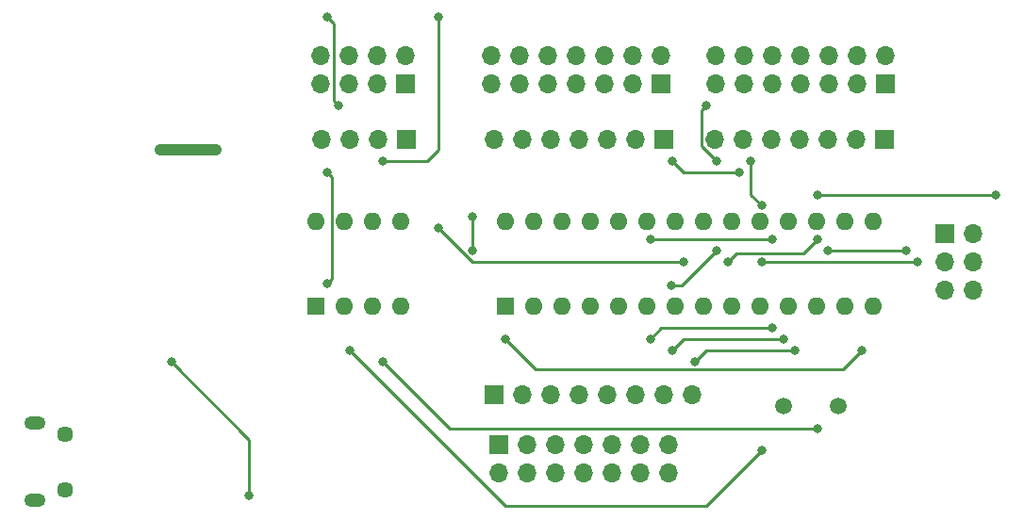
<source format=gbr>
%TF.GenerationSoftware,KiCad,Pcbnew,(5.1.9)-1*%
%TF.CreationDate,2021-06-11T11:12:06+10:00*%
%TF.ProjectId,AVRDevBoard,41565244-6576-4426-9f61-72642e6b6963,rev?*%
%TF.SameCoordinates,Original*%
%TF.FileFunction,Copper,L2,Bot*%
%TF.FilePolarity,Positive*%
%FSLAX46Y46*%
G04 Gerber Fmt 4.6, Leading zero omitted, Abs format (unit mm)*
G04 Created by KiCad (PCBNEW (5.1.9)-1) date 2021-06-11 11:12:06*
%MOMM*%
%LPD*%
G01*
G04 APERTURE LIST*
%TA.AperFunction,ComponentPad*%
%ADD10R,1.700000X1.700000*%
%TD*%
%TA.AperFunction,ComponentPad*%
%ADD11O,1.700000X1.700000*%
%TD*%
%TA.AperFunction,ComponentPad*%
%ADD12C,1.450000*%
%TD*%
%TA.AperFunction,ComponentPad*%
%ADD13O,1.900000X1.200000*%
%TD*%
%TA.AperFunction,ComponentPad*%
%ADD14R,1.600000X1.600000*%
%TD*%
%TA.AperFunction,ComponentPad*%
%ADD15O,1.600000X1.600000*%
%TD*%
%TA.AperFunction,ComponentPad*%
%ADD16C,1.500000*%
%TD*%
%TA.AperFunction,ViaPad*%
%ADD17C,0.800000*%
%TD*%
%TA.AperFunction,Conductor*%
%ADD18C,0.250000*%
%TD*%
%TA.AperFunction,Conductor*%
%ADD19C,1.000000*%
%TD*%
G04 APERTURE END LIST*
D10*
%TO.P,J1,1*%
%TO.N,PB0_tiny*%
X65080000Y-94000000D03*
D11*
%TO.P,J1,2*%
%TO.N,PB1_tiny*%
X62540000Y-94000000D03*
%TO.P,J1,3*%
%TO.N,PB2_tiny*%
X60000000Y-94000000D03*
%TO.P,J1,4*%
%TO.N,RST*%
X57460000Y-94000000D03*
%TD*%
D10*
%TO.P,J2,1*%
%TO.N,+5V*%
X65000000Y-89000000D03*
D11*
%TO.P,J2,2*%
%TO.N,GND*%
X65000000Y-86460000D03*
%TO.P,J2,3*%
%TO.N,+5V*%
X62460000Y-89000000D03*
%TO.P,J2,4*%
%TO.N,GND*%
X62460000Y-86460000D03*
%TO.P,J2,5*%
%TO.N,+5V*%
X59920000Y-89000000D03*
%TO.P,J2,6*%
%TO.N,GND*%
X59920000Y-86460000D03*
%TO.P,J2,7*%
%TO.N,+5V*%
X57380000Y-89000000D03*
%TO.P,J2,8*%
%TO.N,GND*%
X57380000Y-86460000D03*
%TD*%
D10*
%TO.P,J3,1*%
%TO.N,PB0*%
X108000000Y-94000000D03*
D11*
%TO.P,J3,2*%
%TO.N,PB1*%
X105460000Y-94000000D03*
%TO.P,J3,3*%
%TO.N,PB2*%
X102920000Y-94000000D03*
%TO.P,J3,4*%
%TO.N,PB0_tiny*%
X100380000Y-94000000D03*
%TO.P,J3,5*%
%TO.N,PB1_tiny*%
X97840000Y-94000000D03*
%TO.P,J3,6*%
%TO.N,PB2_tiny*%
X95300000Y-94000000D03*
%TO.P,J3,7*%
%TO.N,AREF*%
X92760000Y-94000000D03*
%TD*%
%TO.P,J4,7*%
%TO.N,RST*%
X73000000Y-94000000D03*
%TO.P,J4,6*%
%TO.N,PC5*%
X75540000Y-94000000D03*
%TO.P,J4,5*%
%TO.N,PC4*%
X78080000Y-94000000D03*
%TO.P,J4,4*%
%TO.N,PC3*%
X80620000Y-94000000D03*
%TO.P,J4,3*%
%TO.N,PC2*%
X83160000Y-94000000D03*
%TO.P,J4,2*%
%TO.N,PC1*%
X85700000Y-94000000D03*
D10*
%TO.P,J4,1*%
%TO.N,PC0*%
X88240000Y-94000000D03*
%TD*%
%TO.P,J5,1*%
%TO.N,PD0*%
X73000000Y-117000000D03*
D11*
%TO.P,J5,2*%
%TO.N,PD1*%
X75540000Y-117000000D03*
%TO.P,J5,3*%
%TO.N,PD2*%
X78080000Y-117000000D03*
%TO.P,J5,4*%
%TO.N,PD3*%
X80620000Y-117000000D03*
%TO.P,J5,5*%
%TO.N,PD4*%
X83160000Y-117000000D03*
%TO.P,J5,6*%
%TO.N,PD5*%
X85700000Y-117000000D03*
%TO.P,J5,7*%
%TO.N,PD6*%
X88240000Y-117000000D03*
%TO.P,J5,8*%
%TO.N,PD7*%
X90780000Y-117000000D03*
%TD*%
D10*
%TO.P,J6,1*%
%TO.N,+5V*%
X73380000Y-121460000D03*
D11*
%TO.P,J6,2*%
%TO.N,GND*%
X73380000Y-124000000D03*
%TO.P,J6,3*%
%TO.N,+5V*%
X75920000Y-121460000D03*
%TO.P,J6,4*%
%TO.N,GND*%
X75920000Y-124000000D03*
%TO.P,J6,5*%
%TO.N,+5V*%
X78460000Y-121460000D03*
%TO.P,J6,6*%
%TO.N,GND*%
X78460000Y-124000000D03*
%TO.P,J6,7*%
%TO.N,+5V*%
X81000000Y-121460000D03*
%TO.P,J6,8*%
%TO.N,GND*%
X81000000Y-124000000D03*
%TO.P,J6,9*%
%TO.N,+5V*%
X83540000Y-121460000D03*
%TO.P,J6,10*%
%TO.N,GND*%
X83540000Y-124000000D03*
%TO.P,J6,11*%
%TO.N,+5V*%
X86080000Y-121460000D03*
%TO.P,J6,12*%
%TO.N,GND*%
X86080000Y-124000000D03*
%TO.P,J6,13*%
%TO.N,+5V*%
X88620000Y-121460000D03*
%TO.P,J6,14*%
%TO.N,GND*%
X88620000Y-124000000D03*
%TD*%
%TO.P,J7,14*%
%TO.N,GND*%
X72760000Y-86460000D03*
%TO.P,J7,13*%
%TO.N,+5V*%
X72760000Y-89000000D03*
%TO.P,J7,12*%
%TO.N,GND*%
X75300000Y-86460000D03*
%TO.P,J7,11*%
%TO.N,+5V*%
X75300000Y-89000000D03*
%TO.P,J7,10*%
%TO.N,GND*%
X77840000Y-86460000D03*
%TO.P,J7,9*%
%TO.N,+5V*%
X77840000Y-89000000D03*
%TO.P,J7,8*%
%TO.N,GND*%
X80380000Y-86460000D03*
%TO.P,J7,7*%
%TO.N,+5V*%
X80380000Y-89000000D03*
%TO.P,J7,6*%
%TO.N,GND*%
X82920000Y-86460000D03*
%TO.P,J7,5*%
%TO.N,+5V*%
X82920000Y-89000000D03*
%TO.P,J7,4*%
%TO.N,GND*%
X85460000Y-86460000D03*
%TO.P,J7,3*%
%TO.N,+5V*%
X85460000Y-89000000D03*
%TO.P,J7,2*%
%TO.N,GND*%
X88000000Y-86460000D03*
D10*
%TO.P,J7,1*%
%TO.N,+5V*%
X88000000Y-89000000D03*
%TD*%
%TO.P,J8,1*%
%TO.N,+5V*%
X108160000Y-89000000D03*
D11*
%TO.P,J8,2*%
%TO.N,GND*%
X108160000Y-86460000D03*
%TO.P,J8,3*%
%TO.N,+5V*%
X105620000Y-89000000D03*
%TO.P,J8,4*%
%TO.N,GND*%
X105620000Y-86460000D03*
%TO.P,J8,5*%
%TO.N,+5V*%
X103080000Y-89000000D03*
%TO.P,J8,6*%
%TO.N,GND*%
X103080000Y-86460000D03*
%TO.P,J8,7*%
%TO.N,+5V*%
X100540000Y-89000000D03*
%TO.P,J8,8*%
%TO.N,GND*%
X100540000Y-86460000D03*
%TO.P,J8,9*%
%TO.N,+5V*%
X98000000Y-89000000D03*
%TO.P,J8,10*%
%TO.N,GND*%
X98000000Y-86460000D03*
%TO.P,J8,11*%
%TO.N,+5V*%
X95460000Y-89000000D03*
%TO.P,J8,12*%
%TO.N,GND*%
X95460000Y-86460000D03*
%TO.P,J8,13*%
%TO.N,+5V*%
X92920000Y-89000000D03*
%TO.P,J8,14*%
%TO.N,GND*%
X92920000Y-86460000D03*
%TD*%
D12*
%TO.P,J10,6*%
%TO.N,Net-(J10-Pad6)*%
X34462500Y-120500000D03*
X34462500Y-125500000D03*
D13*
X31762500Y-119500000D03*
X31762500Y-126500000D03*
%TD*%
D11*
%TO.P,ICSP,6*%
%TO.N,GND*%
X116000000Y-107540000D03*
%TO.P,ICSP,5*%
%TO.N,RST*%
X113460000Y-107540000D03*
%TO.P,ICSP,4*%
%TO.N,PB0_tiny*%
X116000000Y-105000000D03*
%TO.P,ICSP,3*%
%TO.N,PB2_tiny*%
X113460000Y-105000000D03*
%TO.P,ICSP,2*%
%TO.N,+5V*%
X116000000Y-102460000D03*
D10*
%TO.P,ICSP,1*%
%TO.N,PB1_tiny*%
X113460000Y-102460000D03*
%TD*%
D14*
%TO.P,U2,1*%
%TO.N,RST*%
X57000000Y-109000000D03*
D15*
%TO.P,U2,5*%
%TO.N,PB0_tiny*%
X64620000Y-101380000D03*
%TO.P,U2,2*%
%TO.N,XTAL1*%
X59540000Y-109000000D03*
%TO.P,U2,6*%
%TO.N,PB1_tiny*%
X62080000Y-101380000D03*
%TO.P,U2,3*%
%TO.N,XTAL2*%
X62080000Y-109000000D03*
%TO.P,U2,7*%
%TO.N,PB2_tiny*%
X59540000Y-101380000D03*
%TO.P,U2,4*%
%TO.N,GND*%
X64620000Y-109000000D03*
%TO.P,U2,8*%
%TO.N,+5V*%
X57000000Y-101380000D03*
%TD*%
D14*
%TO.P,U3,1*%
%TO.N,RST*%
X74000000Y-109000000D03*
D15*
%TO.P,U3,15*%
%TO.N,PB1*%
X107020000Y-101380000D03*
%TO.P,U3,2*%
%TO.N,PD0*%
X76540000Y-109000000D03*
%TO.P,U3,16*%
%TO.N,PB2*%
X104480000Y-101380000D03*
%TO.P,U3,3*%
%TO.N,PD1*%
X79080000Y-109000000D03*
%TO.P,U3,17*%
%TO.N,PB0_tiny*%
X101940000Y-101380000D03*
%TO.P,U3,4*%
%TO.N,PD2*%
X81620000Y-109000000D03*
%TO.P,U3,18*%
%TO.N,PB1_tiny*%
X99400000Y-101380000D03*
%TO.P,U3,5*%
%TO.N,PD3*%
X84160000Y-109000000D03*
%TO.P,U3,19*%
%TO.N,PB2_tiny*%
X96860000Y-101380000D03*
%TO.P,U3,6*%
%TO.N,PD4*%
X86700000Y-109000000D03*
%TO.P,U3,20*%
%TO.N,+5V*%
X94320000Y-101380000D03*
%TO.P,U3,7*%
X89240000Y-109000000D03*
%TO.P,U3,21*%
%TO.N,AREF*%
X91780000Y-101380000D03*
%TO.P,U3,8*%
%TO.N,GND*%
X91780000Y-109000000D03*
%TO.P,U3,22*%
X89240000Y-101380000D03*
%TO.P,U3,9*%
%TO.N,XTAL1*%
X94320000Y-109000000D03*
%TO.P,U3,23*%
%TO.N,PC0*%
X86700000Y-101380000D03*
%TO.P,U3,10*%
%TO.N,XTAL2*%
X96860000Y-109000000D03*
%TO.P,U3,24*%
%TO.N,PC1*%
X84160000Y-101380000D03*
%TO.P,U3,11*%
%TO.N,PD5*%
X99400000Y-109000000D03*
%TO.P,U3,25*%
%TO.N,PC2*%
X81620000Y-101380000D03*
%TO.P,U3,12*%
%TO.N,PD6*%
X101940000Y-109000000D03*
%TO.P,U3,26*%
%TO.N,PC3*%
X79080000Y-101380000D03*
%TO.P,U3,13*%
%TO.N,PD7*%
X104480000Y-109000000D03*
%TO.P,U3,27*%
%TO.N,PC4*%
X76540000Y-101380000D03*
%TO.P,U3,14*%
%TO.N,PB0*%
X107020000Y-109000000D03*
%TO.P,U3,28*%
%TO.N,PC5*%
X74000000Y-101380000D03*
%TD*%
D16*
%TO.P,Y1,1*%
%TO.N,XTAL1*%
X99000000Y-118000000D03*
%TO.P,Y1,2*%
%TO.N,XTAL2*%
X103900000Y-118000000D03*
%TD*%
D17*
%TO.N,GND*%
X48000000Y-95000000D03*
X43000000Y-95000000D03*
X44000000Y-114000000D03*
X51000000Y-126000000D03*
X89000000Y-96000000D03*
X95000000Y-97000000D03*
%TO.N,+5V*%
X93000000Y-96000000D03*
X92000000Y-91000000D03*
X93000000Y-104000000D03*
X88877347Y-107122653D03*
%TO.N,XTAL1*%
X60000000Y-113000000D03*
X97000000Y-122000000D03*
%TO.N,XTAL2*%
X63000000Y-114000000D03*
X102000000Y-120000000D03*
%TO.N,PB0_tiny*%
X118000000Y-99000000D03*
X102000000Y-99000000D03*
X68000000Y-102000000D03*
X90000000Y-105000000D03*
X94000000Y-105000000D03*
X102022653Y-102977347D03*
%TO.N,PB1_tiny*%
X110000000Y-104000000D03*
X103000000Y-104000000D03*
X87000000Y-103000000D03*
X98000000Y-103000000D03*
X63000000Y-96000000D03*
X68000000Y-83000000D03*
%TO.N,PB2_tiny*%
X97000000Y-100000000D03*
X96000000Y-96000000D03*
X111000000Y-105000000D03*
X97000000Y-105000000D03*
X59000000Y-91000000D03*
X58000000Y-83000000D03*
%TO.N,RST*%
X58000000Y-97000000D03*
X58000000Y-107000000D03*
X74000000Y-112000000D03*
X106000000Y-113000000D03*
X71000000Y-101000000D03*
X71012653Y-103987347D03*
%TO.N,PD5*%
X98000000Y-111000000D03*
X87000000Y-112000000D03*
%TO.N,PD6*%
X99000000Y-112000000D03*
X89000000Y-113000000D03*
%TO.N,PD7*%
X100000000Y-113000000D03*
X91000000Y-114000000D03*
%TD*%
D18*
%TO.N,GND*%
X51000000Y-121000000D02*
X51000000Y-126000000D01*
X44000000Y-114000000D02*
X51000000Y-121000000D01*
X90000000Y-97000000D02*
X95000000Y-97000000D01*
X89000000Y-96000000D02*
X90000000Y-97000000D01*
D19*
X48000000Y-95000000D02*
X43000000Y-95000000D01*
D18*
%TO.N,+5V*%
X91584999Y-91415001D02*
X92000000Y-91000000D01*
X91584999Y-94584999D02*
X91584999Y-91415001D01*
X93000000Y-96000000D02*
X91584999Y-94584999D01*
X89877347Y-107122653D02*
X88877347Y-107122653D01*
X93000000Y-104000000D02*
X89877347Y-107122653D01*
%TO.N,XTAL1*%
X60000000Y-113000000D02*
X70000000Y-123000000D01*
X70000000Y-123000000D02*
X74000000Y-127000000D01*
X74000000Y-127000000D02*
X92000000Y-127000000D01*
X92000000Y-127000000D02*
X97000000Y-122000000D01*
%TO.N,XTAL2*%
X69000000Y-120000000D02*
X102000000Y-120000000D01*
X63000000Y-114000000D02*
X69000000Y-120000000D01*
%TO.N,PB0_tiny*%
X118000000Y-99000000D02*
X102000000Y-99000000D01*
X71000000Y-105000000D02*
X90000000Y-105000000D01*
X68000000Y-102000000D02*
X71000000Y-105000000D01*
X100725001Y-104274999D02*
X102022653Y-102977347D01*
X94725001Y-104274999D02*
X100725001Y-104274999D01*
X94000000Y-105000000D02*
X94725001Y-104274999D01*
%TO.N,PB1_tiny*%
X110000000Y-104000000D02*
X103000000Y-104000000D01*
X87000000Y-103000000D02*
X98000000Y-103000000D01*
X63000000Y-96000000D02*
X67000000Y-96000000D01*
X68000000Y-95000000D02*
X68000000Y-83000000D01*
X67000000Y-96000000D02*
X68000000Y-95000000D01*
%TO.N,PB2_tiny*%
X96000000Y-99000000D02*
X96000000Y-96000000D01*
X97000000Y-100000000D02*
X96000000Y-99000000D01*
X111000000Y-105000000D02*
X97000000Y-105000000D01*
X58600001Y-83600001D02*
X58000000Y-83000000D01*
X58600001Y-90600001D02*
X58600001Y-83600001D01*
X59000000Y-91000000D02*
X58600001Y-90600001D01*
%TO.N,RST*%
X58399999Y-106600001D02*
X58000000Y-107000000D01*
X58399999Y-97399999D02*
X58399999Y-106600001D01*
X58000000Y-97000000D02*
X58399999Y-97399999D01*
X104274999Y-114725001D02*
X106000000Y-113000000D01*
X76725001Y-114725001D02*
X104274999Y-114725001D01*
X74000000Y-112000000D02*
X76725001Y-114725001D01*
X71000000Y-103974694D02*
X71012653Y-103987347D01*
X71000000Y-101000000D02*
X71000000Y-103974694D01*
%TO.N,PD5*%
X88000000Y-111000000D02*
X87000000Y-112000000D01*
X98000000Y-111000000D02*
X88000000Y-111000000D01*
%TO.N,PD6*%
X90000000Y-112000000D02*
X89000000Y-113000000D01*
X99000000Y-112000000D02*
X90000000Y-112000000D01*
%TO.N,PD7*%
X92000000Y-113000000D02*
X91000000Y-114000000D01*
X100000000Y-113000000D02*
X92000000Y-113000000D01*
%TD*%
M02*

</source>
